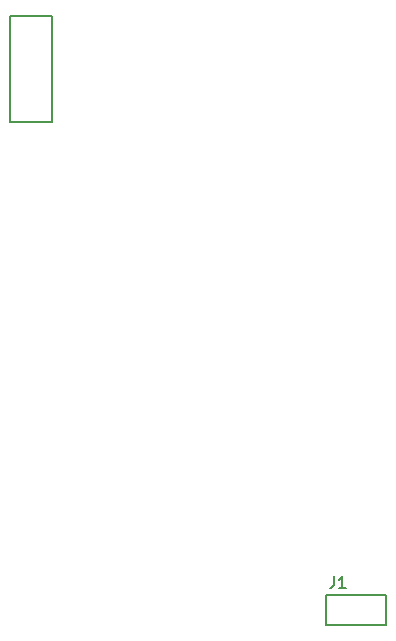
<source format=gbr>
%TF.GenerationSoftware,KiCad,Pcbnew,8.0.7*%
%TF.CreationDate,2025-01-20T20:00:10+09:00*%
%TF.ProjectId,cool937tb_L,636f6f6c-3933-4377-9462-5f4c2e6b6963,rev?*%
%TF.SameCoordinates,Original*%
%TF.FileFunction,Legend,Top*%
%TF.FilePolarity,Positive*%
%FSLAX46Y46*%
G04 Gerber Fmt 4.6, Leading zero omitted, Abs format (unit mm)*
G04 Created by KiCad (PCBNEW 8.0.7) date 2025-01-20 20:00:10*
%MOMM*%
%LPD*%
G01*
G04 APERTURE LIST*
%ADD10C,0.150000*%
%ADD11C,0.127000*%
G04 APERTURE END LIST*
D10*
X17866666Y-57034819D02*
X17866666Y-57749104D01*
X17866666Y-57749104D02*
X17819047Y-57891961D01*
X17819047Y-57891961D02*
X17723809Y-57987200D01*
X17723809Y-57987200D02*
X17580952Y-58034819D01*
X17580952Y-58034819D02*
X17485714Y-58034819D01*
X18866666Y-58034819D02*
X18295238Y-58034819D01*
X18580952Y-58034819D02*
X18580952Y-57034819D01*
X18580952Y-57034819D02*
X18485714Y-57177676D01*
X18485714Y-57177676D02*
X18390476Y-57272914D01*
X18390476Y-57272914D02*
X18295238Y-57320533D01*
%TO.C,SW23*%
X-9540000Y-9600000D02*
X-6040000Y-9600000D01*
X-9540000Y-18600000D02*
X-9540000Y-9600000D01*
X-6040000Y-9600000D02*
X-6040000Y-18600000D01*
X-6040000Y-18600000D02*
X-9540000Y-18600000D01*
D11*
%TO.C,J1*%
X17160000Y-58630000D02*
X22240000Y-58630000D01*
X17160000Y-61170000D02*
X17160000Y-58630000D01*
X22240000Y-58630000D02*
X22240000Y-61170000D01*
X22240000Y-61170000D02*
X17160000Y-61170000D01*
%TD*%
M02*

</source>
